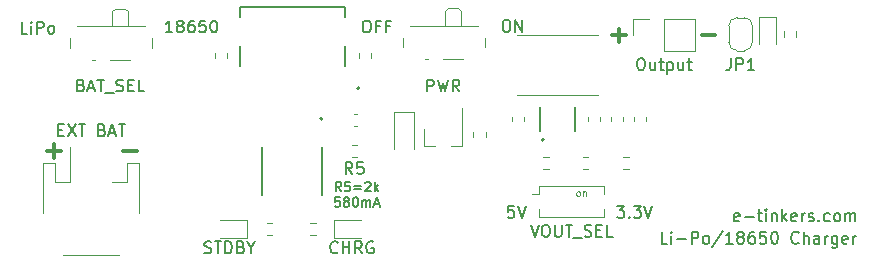
<source format=gbr>
%TF.GenerationSoftware,KiCad,Pcbnew,(6.0.11-0)*%
%TF.CreationDate,2024-11-14T16:08:27+08:00*%
%TF.ProjectId,Li-Po_charger,4c692d50-6f5f-4636-9861-726765722e6b,V1.0*%
%TF.SameCoordinates,Original*%
%TF.FileFunction,Legend,Top*%
%TF.FilePolarity,Positive*%
%FSLAX46Y46*%
G04 Gerber Fmt 4.6, Leading zero omitted, Abs format (unit mm)*
G04 Created by KiCad (PCBNEW (6.0.11-0)) date 2024-11-14 16:08:27*
%MOMM*%
%LPD*%
G01*
G04 APERTURE LIST*
%ADD10C,0.150000*%
%ADD11C,0.300000*%
%ADD12C,0.090000*%
%ADD13C,0.120000*%
%ADD14C,0.127000*%
%ADD15C,0.200000*%
G04 APERTURE END LIST*
D10*
X131523809Y-78952380D02*
X132142857Y-78952380D01*
X131809523Y-79333333D01*
X131952380Y-79333333D01*
X132047619Y-79380952D01*
X132095238Y-79428571D01*
X132142857Y-79523809D01*
X132142857Y-79761904D01*
X132095238Y-79857142D01*
X132047619Y-79904761D01*
X131952380Y-79952380D01*
X131666666Y-79952380D01*
X131571428Y-79904761D01*
X131523809Y-79857142D01*
X132571428Y-79857142D02*
X132619047Y-79904761D01*
X132571428Y-79952380D01*
X132523809Y-79904761D01*
X132571428Y-79857142D01*
X132571428Y-79952380D01*
X132952380Y-78952380D02*
X133571428Y-78952380D01*
X133238095Y-79333333D01*
X133380952Y-79333333D01*
X133476190Y-79380952D01*
X133523809Y-79428571D01*
X133571428Y-79523809D01*
X133571428Y-79761904D01*
X133523809Y-79857142D01*
X133476190Y-79904761D01*
X133380952Y-79952380D01*
X133095238Y-79952380D01*
X133000000Y-79904761D01*
X132952380Y-79857142D01*
X133857142Y-78952380D02*
X134190476Y-79952380D01*
X134523809Y-78952380D01*
X93880952Y-64252380D02*
X93309523Y-64252380D01*
X93595238Y-64252380D02*
X93595238Y-63252380D01*
X93500000Y-63395238D01*
X93404761Y-63490476D01*
X93309523Y-63538095D01*
X94452380Y-63680952D02*
X94357142Y-63633333D01*
X94309523Y-63585714D01*
X94261904Y-63490476D01*
X94261904Y-63442857D01*
X94309523Y-63347619D01*
X94357142Y-63300000D01*
X94452380Y-63252380D01*
X94642857Y-63252380D01*
X94738095Y-63300000D01*
X94785714Y-63347619D01*
X94833333Y-63442857D01*
X94833333Y-63490476D01*
X94785714Y-63585714D01*
X94738095Y-63633333D01*
X94642857Y-63680952D01*
X94452380Y-63680952D01*
X94357142Y-63728571D01*
X94309523Y-63776190D01*
X94261904Y-63871428D01*
X94261904Y-64061904D01*
X94309523Y-64157142D01*
X94357142Y-64204761D01*
X94452380Y-64252380D01*
X94642857Y-64252380D01*
X94738095Y-64204761D01*
X94785714Y-64157142D01*
X94833333Y-64061904D01*
X94833333Y-63871428D01*
X94785714Y-63776190D01*
X94738095Y-63728571D01*
X94642857Y-63680952D01*
X95690476Y-63252380D02*
X95500000Y-63252380D01*
X95404761Y-63300000D01*
X95357142Y-63347619D01*
X95261904Y-63490476D01*
X95214285Y-63680952D01*
X95214285Y-64061904D01*
X95261904Y-64157142D01*
X95309523Y-64204761D01*
X95404761Y-64252380D01*
X95595238Y-64252380D01*
X95690476Y-64204761D01*
X95738095Y-64157142D01*
X95785714Y-64061904D01*
X95785714Y-63823809D01*
X95738095Y-63728571D01*
X95690476Y-63680952D01*
X95595238Y-63633333D01*
X95404761Y-63633333D01*
X95309523Y-63680952D01*
X95261904Y-63728571D01*
X95214285Y-63823809D01*
X96690476Y-63252380D02*
X96214285Y-63252380D01*
X96166666Y-63728571D01*
X96214285Y-63680952D01*
X96309523Y-63633333D01*
X96547619Y-63633333D01*
X96642857Y-63680952D01*
X96690476Y-63728571D01*
X96738095Y-63823809D01*
X96738095Y-64061904D01*
X96690476Y-64157142D01*
X96642857Y-64204761D01*
X96547619Y-64252380D01*
X96309523Y-64252380D01*
X96214285Y-64204761D01*
X96166666Y-64157142D01*
X97357142Y-63252380D02*
X97452380Y-63252380D01*
X97547619Y-63300000D01*
X97595238Y-63347619D01*
X97642857Y-63442857D01*
X97690476Y-63633333D01*
X97690476Y-63871428D01*
X97642857Y-64061904D01*
X97595238Y-64157142D01*
X97547619Y-64204761D01*
X97452380Y-64252380D01*
X97357142Y-64252380D01*
X97261904Y-64204761D01*
X97214285Y-64157142D01*
X97166666Y-64061904D01*
X97119047Y-63871428D01*
X97119047Y-63633333D01*
X97166666Y-63442857D01*
X97214285Y-63347619D01*
X97261904Y-63300000D01*
X97357142Y-63252380D01*
X81619047Y-64352380D02*
X81142857Y-64352380D01*
X81142857Y-63352380D01*
X81952380Y-64352380D02*
X81952380Y-63685714D01*
X81952380Y-63352380D02*
X81904761Y-63400000D01*
X81952380Y-63447619D01*
X82000000Y-63400000D01*
X81952380Y-63352380D01*
X81952380Y-63447619D01*
X82428571Y-64352380D02*
X82428571Y-63352380D01*
X82809523Y-63352380D01*
X82904761Y-63400000D01*
X82952380Y-63447619D01*
X83000000Y-63542857D01*
X83000000Y-63685714D01*
X82952380Y-63780952D01*
X82904761Y-63828571D01*
X82809523Y-63876190D01*
X82428571Y-63876190D01*
X83571428Y-64352380D02*
X83476190Y-64304761D01*
X83428571Y-64257142D01*
X83380952Y-64161904D01*
X83380952Y-63876190D01*
X83428571Y-63780952D01*
X83476190Y-63733333D01*
X83571428Y-63685714D01*
X83714285Y-63685714D01*
X83809523Y-63733333D01*
X83857142Y-63780952D01*
X83904761Y-63876190D01*
X83904761Y-64161904D01*
X83857142Y-64257142D01*
X83809523Y-64304761D01*
X83714285Y-64352380D01*
X83571428Y-64352380D01*
X110247619Y-63252380D02*
X110438095Y-63252380D01*
X110533333Y-63300000D01*
X110628571Y-63395238D01*
X110676190Y-63585714D01*
X110676190Y-63919047D01*
X110628571Y-64109523D01*
X110533333Y-64204761D01*
X110438095Y-64252380D01*
X110247619Y-64252380D01*
X110152380Y-64204761D01*
X110057142Y-64109523D01*
X110009523Y-63919047D01*
X110009523Y-63585714D01*
X110057142Y-63395238D01*
X110152380Y-63300000D01*
X110247619Y-63252380D01*
X111438095Y-63728571D02*
X111104761Y-63728571D01*
X111104761Y-64252380D02*
X111104761Y-63252380D01*
X111580952Y-63252380D01*
X112295238Y-63728571D02*
X111961904Y-63728571D01*
X111961904Y-64252380D02*
X111961904Y-63252380D01*
X112438095Y-63252380D01*
X122080952Y-63202380D02*
X122271428Y-63202380D01*
X122366666Y-63250000D01*
X122461904Y-63345238D01*
X122509523Y-63535714D01*
X122509523Y-63869047D01*
X122461904Y-64059523D01*
X122366666Y-64154761D01*
X122271428Y-64202380D01*
X122080952Y-64202380D01*
X121985714Y-64154761D01*
X121890476Y-64059523D01*
X121842857Y-63869047D01*
X121842857Y-63535714D01*
X121890476Y-63345238D01*
X121985714Y-63250000D01*
X122080952Y-63202380D01*
X122938095Y-64202380D02*
X122938095Y-63202380D01*
X123509523Y-64202380D01*
X123509523Y-63202380D01*
X141861904Y-80204761D02*
X141766666Y-80252380D01*
X141576190Y-80252380D01*
X141480952Y-80204761D01*
X141433333Y-80109523D01*
X141433333Y-79728571D01*
X141480952Y-79633333D01*
X141576190Y-79585714D01*
X141766666Y-79585714D01*
X141861904Y-79633333D01*
X141909523Y-79728571D01*
X141909523Y-79823809D01*
X141433333Y-79919047D01*
X142338095Y-79871428D02*
X143100000Y-79871428D01*
X143433333Y-79585714D02*
X143814285Y-79585714D01*
X143576190Y-79252380D02*
X143576190Y-80109523D01*
X143623809Y-80204761D01*
X143719047Y-80252380D01*
X143814285Y-80252380D01*
X144147619Y-80252380D02*
X144147619Y-79585714D01*
X144147619Y-79252380D02*
X144100000Y-79300000D01*
X144147619Y-79347619D01*
X144195238Y-79300000D01*
X144147619Y-79252380D01*
X144147619Y-79347619D01*
X144623809Y-79585714D02*
X144623809Y-80252380D01*
X144623809Y-79680952D02*
X144671428Y-79633333D01*
X144766666Y-79585714D01*
X144909523Y-79585714D01*
X145004761Y-79633333D01*
X145052380Y-79728571D01*
X145052380Y-80252380D01*
X145528571Y-80252380D02*
X145528571Y-79252380D01*
X145623809Y-79871428D02*
X145909523Y-80252380D01*
X145909523Y-79585714D02*
X145528571Y-79966666D01*
X146719047Y-80204761D02*
X146623809Y-80252380D01*
X146433333Y-80252380D01*
X146338095Y-80204761D01*
X146290476Y-80109523D01*
X146290476Y-79728571D01*
X146338095Y-79633333D01*
X146433333Y-79585714D01*
X146623809Y-79585714D01*
X146719047Y-79633333D01*
X146766666Y-79728571D01*
X146766666Y-79823809D01*
X146290476Y-79919047D01*
X147195238Y-80252380D02*
X147195238Y-79585714D01*
X147195238Y-79776190D02*
X147242857Y-79680952D01*
X147290476Y-79633333D01*
X147385714Y-79585714D01*
X147480952Y-79585714D01*
X147766666Y-80204761D02*
X147861904Y-80252380D01*
X148052380Y-80252380D01*
X148147619Y-80204761D01*
X148195238Y-80109523D01*
X148195238Y-80061904D01*
X148147619Y-79966666D01*
X148052380Y-79919047D01*
X147909523Y-79919047D01*
X147814285Y-79871428D01*
X147766666Y-79776190D01*
X147766666Y-79728571D01*
X147814285Y-79633333D01*
X147909523Y-79585714D01*
X148052380Y-79585714D01*
X148147619Y-79633333D01*
X148623809Y-80157142D02*
X148671428Y-80204761D01*
X148623809Y-80252380D01*
X148576190Y-80204761D01*
X148623809Y-80157142D01*
X148623809Y-80252380D01*
X149528571Y-80204761D02*
X149433333Y-80252380D01*
X149242857Y-80252380D01*
X149147619Y-80204761D01*
X149100000Y-80157142D01*
X149052380Y-80061904D01*
X149052380Y-79776190D01*
X149100000Y-79680952D01*
X149147619Y-79633333D01*
X149242857Y-79585714D01*
X149433333Y-79585714D01*
X149528571Y-79633333D01*
X150100000Y-80252380D02*
X150004761Y-80204761D01*
X149957142Y-80157142D01*
X149909523Y-80061904D01*
X149909523Y-79776190D01*
X149957142Y-79680952D01*
X150004761Y-79633333D01*
X150100000Y-79585714D01*
X150242857Y-79585714D01*
X150338095Y-79633333D01*
X150385714Y-79680952D01*
X150433333Y-79776190D01*
X150433333Y-80061904D01*
X150385714Y-80157142D01*
X150338095Y-80204761D01*
X150242857Y-80252380D01*
X150100000Y-80252380D01*
X150861904Y-80252380D02*
X150861904Y-79585714D01*
X150861904Y-79680952D02*
X150909523Y-79633333D01*
X151004761Y-79585714D01*
X151147619Y-79585714D01*
X151242857Y-79633333D01*
X151290476Y-79728571D01*
X151290476Y-80252380D01*
X151290476Y-79728571D02*
X151338095Y-79633333D01*
X151433333Y-79585714D01*
X151576190Y-79585714D01*
X151671428Y-79633333D01*
X151719047Y-79728571D01*
X151719047Y-80252380D01*
X108166666Y-77717904D02*
X107900000Y-77336952D01*
X107709523Y-77717904D02*
X107709523Y-76917904D01*
X108014285Y-76917904D01*
X108090476Y-76956000D01*
X108128571Y-76994095D01*
X108166666Y-77070285D01*
X108166666Y-77184571D01*
X108128571Y-77260761D01*
X108090476Y-77298857D01*
X108014285Y-77336952D01*
X107709523Y-77336952D01*
X108890476Y-76917904D02*
X108509523Y-76917904D01*
X108471428Y-77298857D01*
X108509523Y-77260761D01*
X108585714Y-77222666D01*
X108776190Y-77222666D01*
X108852380Y-77260761D01*
X108890476Y-77298857D01*
X108928571Y-77375047D01*
X108928571Y-77565523D01*
X108890476Y-77641714D01*
X108852380Y-77679809D01*
X108776190Y-77717904D01*
X108585714Y-77717904D01*
X108509523Y-77679809D01*
X108471428Y-77641714D01*
X109271428Y-77298857D02*
X109880952Y-77298857D01*
X109880952Y-77527428D02*
X109271428Y-77527428D01*
X110223809Y-76994095D02*
X110261904Y-76956000D01*
X110338095Y-76917904D01*
X110528571Y-76917904D01*
X110604761Y-76956000D01*
X110642857Y-76994095D01*
X110680952Y-77070285D01*
X110680952Y-77146476D01*
X110642857Y-77260761D01*
X110185714Y-77717904D01*
X110680952Y-77717904D01*
X111023809Y-77717904D02*
X111023809Y-76917904D01*
X111100000Y-77413142D02*
X111328571Y-77717904D01*
X111328571Y-77184571D02*
X111023809Y-77489333D01*
X108052380Y-78205904D02*
X107671428Y-78205904D01*
X107633333Y-78586857D01*
X107671428Y-78548761D01*
X107747619Y-78510666D01*
X107938095Y-78510666D01*
X108014285Y-78548761D01*
X108052380Y-78586857D01*
X108090476Y-78663047D01*
X108090476Y-78853523D01*
X108052380Y-78929714D01*
X108014285Y-78967809D01*
X107938095Y-79005904D01*
X107747619Y-79005904D01*
X107671428Y-78967809D01*
X107633333Y-78929714D01*
X108547619Y-78548761D02*
X108471428Y-78510666D01*
X108433333Y-78472571D01*
X108395238Y-78396380D01*
X108395238Y-78358285D01*
X108433333Y-78282095D01*
X108471428Y-78244000D01*
X108547619Y-78205904D01*
X108700000Y-78205904D01*
X108776190Y-78244000D01*
X108814285Y-78282095D01*
X108852380Y-78358285D01*
X108852380Y-78396380D01*
X108814285Y-78472571D01*
X108776190Y-78510666D01*
X108700000Y-78548761D01*
X108547619Y-78548761D01*
X108471428Y-78586857D01*
X108433333Y-78624952D01*
X108395238Y-78701142D01*
X108395238Y-78853523D01*
X108433333Y-78929714D01*
X108471428Y-78967809D01*
X108547619Y-79005904D01*
X108700000Y-79005904D01*
X108776190Y-78967809D01*
X108814285Y-78929714D01*
X108852380Y-78853523D01*
X108852380Y-78701142D01*
X108814285Y-78624952D01*
X108776190Y-78586857D01*
X108700000Y-78548761D01*
X109347619Y-78205904D02*
X109423809Y-78205904D01*
X109500000Y-78244000D01*
X109538095Y-78282095D01*
X109576190Y-78358285D01*
X109614285Y-78510666D01*
X109614285Y-78701142D01*
X109576190Y-78853523D01*
X109538095Y-78929714D01*
X109500000Y-78967809D01*
X109423809Y-79005904D01*
X109347619Y-79005904D01*
X109271428Y-78967809D01*
X109233333Y-78929714D01*
X109195238Y-78853523D01*
X109157142Y-78701142D01*
X109157142Y-78510666D01*
X109195238Y-78358285D01*
X109233333Y-78282095D01*
X109271428Y-78244000D01*
X109347619Y-78205904D01*
X109957142Y-79005904D02*
X109957142Y-78472571D01*
X109957142Y-78548761D02*
X109995238Y-78510666D01*
X110071428Y-78472571D01*
X110185714Y-78472571D01*
X110261904Y-78510666D01*
X110300000Y-78586857D01*
X110300000Y-79005904D01*
X110300000Y-78586857D02*
X110338095Y-78510666D01*
X110414285Y-78472571D01*
X110528571Y-78472571D01*
X110604761Y-78510666D01*
X110642857Y-78586857D01*
X110642857Y-79005904D01*
X110985714Y-78777333D02*
X111366666Y-78777333D01*
X110909523Y-79005904D02*
X111176190Y-78205904D01*
X111442857Y-79005904D01*
D11*
X131142857Y-64507142D02*
X132285714Y-64507142D01*
X131714285Y-65078571D02*
X131714285Y-63935714D01*
X138714285Y-64507142D02*
X139857142Y-64507142D01*
D10*
X135809523Y-82152380D02*
X135333333Y-82152380D01*
X135333333Y-81152380D01*
X136142857Y-82152380D02*
X136142857Y-81485714D01*
X136142857Y-81152380D02*
X136095238Y-81200000D01*
X136142857Y-81247619D01*
X136190476Y-81200000D01*
X136142857Y-81152380D01*
X136142857Y-81247619D01*
X136619047Y-81771428D02*
X137380952Y-81771428D01*
X137857142Y-82152380D02*
X137857142Y-81152380D01*
X138238095Y-81152380D01*
X138333333Y-81200000D01*
X138380952Y-81247619D01*
X138428571Y-81342857D01*
X138428571Y-81485714D01*
X138380952Y-81580952D01*
X138333333Y-81628571D01*
X138238095Y-81676190D01*
X137857142Y-81676190D01*
X139000000Y-82152380D02*
X138904761Y-82104761D01*
X138857142Y-82057142D01*
X138809523Y-81961904D01*
X138809523Y-81676190D01*
X138857142Y-81580952D01*
X138904761Y-81533333D01*
X139000000Y-81485714D01*
X139142857Y-81485714D01*
X139238095Y-81533333D01*
X139285714Y-81580952D01*
X139333333Y-81676190D01*
X139333333Y-81961904D01*
X139285714Y-82057142D01*
X139238095Y-82104761D01*
X139142857Y-82152380D01*
X139000000Y-82152380D01*
X140476190Y-81104761D02*
X139619047Y-82390476D01*
X141333333Y-82152380D02*
X140761904Y-82152380D01*
X141047619Y-82152380D02*
X141047619Y-81152380D01*
X140952380Y-81295238D01*
X140857142Y-81390476D01*
X140761904Y-81438095D01*
X141904761Y-81580952D02*
X141809523Y-81533333D01*
X141761904Y-81485714D01*
X141714285Y-81390476D01*
X141714285Y-81342857D01*
X141761904Y-81247619D01*
X141809523Y-81200000D01*
X141904761Y-81152380D01*
X142095238Y-81152380D01*
X142190476Y-81200000D01*
X142238095Y-81247619D01*
X142285714Y-81342857D01*
X142285714Y-81390476D01*
X142238095Y-81485714D01*
X142190476Y-81533333D01*
X142095238Y-81580952D01*
X141904761Y-81580952D01*
X141809523Y-81628571D01*
X141761904Y-81676190D01*
X141714285Y-81771428D01*
X141714285Y-81961904D01*
X141761904Y-82057142D01*
X141809523Y-82104761D01*
X141904761Y-82152380D01*
X142095238Y-82152380D01*
X142190476Y-82104761D01*
X142238095Y-82057142D01*
X142285714Y-81961904D01*
X142285714Y-81771428D01*
X142238095Y-81676190D01*
X142190476Y-81628571D01*
X142095238Y-81580952D01*
X143142857Y-81152380D02*
X142952380Y-81152380D01*
X142857142Y-81200000D01*
X142809523Y-81247619D01*
X142714285Y-81390476D01*
X142666666Y-81580952D01*
X142666666Y-81961904D01*
X142714285Y-82057142D01*
X142761904Y-82104761D01*
X142857142Y-82152380D01*
X143047619Y-82152380D01*
X143142857Y-82104761D01*
X143190476Y-82057142D01*
X143238095Y-81961904D01*
X143238095Y-81723809D01*
X143190476Y-81628571D01*
X143142857Y-81580952D01*
X143047619Y-81533333D01*
X142857142Y-81533333D01*
X142761904Y-81580952D01*
X142714285Y-81628571D01*
X142666666Y-81723809D01*
X144142857Y-81152380D02*
X143666666Y-81152380D01*
X143619047Y-81628571D01*
X143666666Y-81580952D01*
X143761904Y-81533333D01*
X144000000Y-81533333D01*
X144095238Y-81580952D01*
X144142857Y-81628571D01*
X144190476Y-81723809D01*
X144190476Y-81961904D01*
X144142857Y-82057142D01*
X144095238Y-82104761D01*
X144000000Y-82152380D01*
X143761904Y-82152380D01*
X143666666Y-82104761D01*
X143619047Y-82057142D01*
X144809523Y-81152380D02*
X144904761Y-81152380D01*
X145000000Y-81200000D01*
X145047619Y-81247619D01*
X145095238Y-81342857D01*
X145142857Y-81533333D01*
X145142857Y-81771428D01*
X145095238Y-81961904D01*
X145047619Y-82057142D01*
X145000000Y-82104761D01*
X144904761Y-82152380D01*
X144809523Y-82152380D01*
X144714285Y-82104761D01*
X144666666Y-82057142D01*
X144619047Y-81961904D01*
X144571428Y-81771428D01*
X144571428Y-81533333D01*
X144619047Y-81342857D01*
X144666666Y-81247619D01*
X144714285Y-81200000D01*
X144809523Y-81152380D01*
X146904761Y-82057142D02*
X146857142Y-82104761D01*
X146714285Y-82152380D01*
X146619047Y-82152380D01*
X146476190Y-82104761D01*
X146380952Y-82009523D01*
X146333333Y-81914285D01*
X146285714Y-81723809D01*
X146285714Y-81580952D01*
X146333333Y-81390476D01*
X146380952Y-81295238D01*
X146476190Y-81200000D01*
X146619047Y-81152380D01*
X146714285Y-81152380D01*
X146857142Y-81200000D01*
X146904761Y-81247619D01*
X147333333Y-82152380D02*
X147333333Y-81152380D01*
X147761904Y-82152380D02*
X147761904Y-81628571D01*
X147714285Y-81533333D01*
X147619047Y-81485714D01*
X147476190Y-81485714D01*
X147380952Y-81533333D01*
X147333333Y-81580952D01*
X148666666Y-82152380D02*
X148666666Y-81628571D01*
X148619047Y-81533333D01*
X148523809Y-81485714D01*
X148333333Y-81485714D01*
X148238095Y-81533333D01*
X148666666Y-82104761D02*
X148571428Y-82152380D01*
X148333333Y-82152380D01*
X148238095Y-82104761D01*
X148190476Y-82009523D01*
X148190476Y-81914285D01*
X148238095Y-81819047D01*
X148333333Y-81771428D01*
X148571428Y-81771428D01*
X148666666Y-81723809D01*
X149142857Y-82152380D02*
X149142857Y-81485714D01*
X149142857Y-81676190D02*
X149190476Y-81580952D01*
X149238095Y-81533333D01*
X149333333Y-81485714D01*
X149428571Y-81485714D01*
X150190476Y-81485714D02*
X150190476Y-82295238D01*
X150142857Y-82390476D01*
X150095238Y-82438095D01*
X150000000Y-82485714D01*
X149857142Y-82485714D01*
X149761904Y-82438095D01*
X150190476Y-82104761D02*
X150095238Y-82152380D01*
X149904761Y-82152380D01*
X149809523Y-82104761D01*
X149761904Y-82057142D01*
X149714285Y-81961904D01*
X149714285Y-81676190D01*
X149761904Y-81580952D01*
X149809523Y-81533333D01*
X149904761Y-81485714D01*
X150095238Y-81485714D01*
X150190476Y-81533333D01*
X151047619Y-82104761D02*
X150952380Y-82152380D01*
X150761904Y-82152380D01*
X150666666Y-82104761D01*
X150619047Y-82009523D01*
X150619047Y-81628571D01*
X150666666Y-81533333D01*
X150761904Y-81485714D01*
X150952380Y-81485714D01*
X151047619Y-81533333D01*
X151095238Y-81628571D01*
X151095238Y-81723809D01*
X150619047Y-81819047D01*
X151523809Y-82152380D02*
X151523809Y-81485714D01*
X151523809Y-81676190D02*
X151571428Y-81580952D01*
X151619047Y-81533333D01*
X151714285Y-81485714D01*
X151809523Y-81485714D01*
D11*
X83314285Y-74307142D02*
X84457142Y-74307142D01*
X83885714Y-74878571D02*
X83885714Y-73735714D01*
X89742857Y-74307142D02*
X90885714Y-74307142D01*
D10*
X122809523Y-78952380D02*
X122333333Y-78952380D01*
X122285714Y-79428571D01*
X122333333Y-79380952D01*
X122428571Y-79333333D01*
X122666666Y-79333333D01*
X122761904Y-79380952D01*
X122809523Y-79428571D01*
X122857142Y-79523809D01*
X122857142Y-79761904D01*
X122809523Y-79857142D01*
X122761904Y-79904761D01*
X122666666Y-79952380D01*
X122428571Y-79952380D01*
X122333333Y-79904761D01*
X122285714Y-79857142D01*
X123142857Y-78952380D02*
X123476190Y-79952380D01*
X123809523Y-78952380D01*
%TO.C,J3*%
X133476190Y-66452380D02*
X133666666Y-66452380D01*
X133761904Y-66500000D01*
X133857142Y-66595238D01*
X133904761Y-66785714D01*
X133904761Y-67119047D01*
X133857142Y-67309523D01*
X133761904Y-67404761D01*
X133666666Y-67452380D01*
X133476190Y-67452380D01*
X133380952Y-67404761D01*
X133285714Y-67309523D01*
X133238095Y-67119047D01*
X133238095Y-66785714D01*
X133285714Y-66595238D01*
X133380952Y-66500000D01*
X133476190Y-66452380D01*
X134761904Y-66785714D02*
X134761904Y-67452380D01*
X134333333Y-66785714D02*
X134333333Y-67309523D01*
X134380952Y-67404761D01*
X134476190Y-67452380D01*
X134619047Y-67452380D01*
X134714285Y-67404761D01*
X134761904Y-67357142D01*
X135095238Y-66785714D02*
X135476190Y-66785714D01*
X135238095Y-66452380D02*
X135238095Y-67309523D01*
X135285714Y-67404761D01*
X135380952Y-67452380D01*
X135476190Y-67452380D01*
X135809523Y-66785714D02*
X135809523Y-67785714D01*
X135809523Y-66833333D02*
X135904761Y-66785714D01*
X136095238Y-66785714D01*
X136190476Y-66833333D01*
X136238095Y-66880952D01*
X136285714Y-66976190D01*
X136285714Y-67261904D01*
X136238095Y-67357142D01*
X136190476Y-67404761D01*
X136095238Y-67452380D01*
X135904761Y-67452380D01*
X135809523Y-67404761D01*
X137142857Y-66785714D02*
X137142857Y-67452380D01*
X136714285Y-66785714D02*
X136714285Y-67309523D01*
X136761904Y-67404761D01*
X136857142Y-67452380D01*
X137000000Y-67452380D01*
X137095238Y-67404761D01*
X137142857Y-67357142D01*
X137476190Y-66785714D02*
X137857142Y-66785714D01*
X137619047Y-66452380D02*
X137619047Y-67309523D01*
X137666666Y-67404761D01*
X137761904Y-67452380D01*
X137857142Y-67452380D01*
%TO.C,D2*%
X96604761Y-82904761D02*
X96747619Y-82952380D01*
X96985714Y-82952380D01*
X97080952Y-82904761D01*
X97128571Y-82857142D01*
X97176190Y-82761904D01*
X97176190Y-82666666D01*
X97128571Y-82571428D01*
X97080952Y-82523809D01*
X96985714Y-82476190D01*
X96795238Y-82428571D01*
X96700000Y-82380952D01*
X96652380Y-82333333D01*
X96604761Y-82238095D01*
X96604761Y-82142857D01*
X96652380Y-82047619D01*
X96700000Y-82000000D01*
X96795238Y-81952380D01*
X97033333Y-81952380D01*
X97176190Y-82000000D01*
X97461904Y-81952380D02*
X98033333Y-81952380D01*
X97747619Y-82952380D02*
X97747619Y-81952380D01*
X98366666Y-82952380D02*
X98366666Y-81952380D01*
X98604761Y-81952380D01*
X98747619Y-82000000D01*
X98842857Y-82095238D01*
X98890476Y-82190476D01*
X98938095Y-82380952D01*
X98938095Y-82523809D01*
X98890476Y-82714285D01*
X98842857Y-82809523D01*
X98747619Y-82904761D01*
X98604761Y-82952380D01*
X98366666Y-82952380D01*
X99700000Y-82428571D02*
X99842857Y-82476190D01*
X99890476Y-82523809D01*
X99938095Y-82619047D01*
X99938095Y-82761904D01*
X99890476Y-82857142D01*
X99842857Y-82904761D01*
X99747619Y-82952380D01*
X99366666Y-82952380D01*
X99366666Y-81952380D01*
X99700000Y-81952380D01*
X99795238Y-82000000D01*
X99842857Y-82047619D01*
X99890476Y-82142857D01*
X99890476Y-82238095D01*
X99842857Y-82333333D01*
X99795238Y-82380952D01*
X99700000Y-82428571D01*
X99366666Y-82428571D01*
X100557142Y-82476190D02*
X100557142Y-82952380D01*
X100223809Y-81952380D02*
X100557142Y-82476190D01*
X100890476Y-81952380D01*
%TO.C,D1*%
X107885714Y-82857142D02*
X107838095Y-82904761D01*
X107695238Y-82952380D01*
X107600000Y-82952380D01*
X107457142Y-82904761D01*
X107361904Y-82809523D01*
X107314285Y-82714285D01*
X107266666Y-82523809D01*
X107266666Y-82380952D01*
X107314285Y-82190476D01*
X107361904Y-82095238D01*
X107457142Y-82000000D01*
X107600000Y-81952380D01*
X107695238Y-81952380D01*
X107838095Y-82000000D01*
X107885714Y-82047619D01*
X108314285Y-82952380D02*
X108314285Y-81952380D01*
X108314285Y-82428571D02*
X108885714Y-82428571D01*
X108885714Y-82952380D02*
X108885714Y-81952380D01*
X109933333Y-82952380D02*
X109600000Y-82476190D01*
X109361904Y-82952380D02*
X109361904Y-81952380D01*
X109742857Y-81952380D01*
X109838095Y-82000000D01*
X109885714Y-82047619D01*
X109933333Y-82142857D01*
X109933333Y-82285714D01*
X109885714Y-82380952D01*
X109838095Y-82428571D01*
X109742857Y-82476190D01*
X109361904Y-82476190D01*
X110885714Y-82000000D02*
X110790476Y-81952380D01*
X110647619Y-81952380D01*
X110504761Y-82000000D01*
X110409523Y-82095238D01*
X110361904Y-82190476D01*
X110314285Y-82380952D01*
X110314285Y-82523809D01*
X110361904Y-82714285D01*
X110409523Y-82809523D01*
X110504761Y-82904761D01*
X110647619Y-82952380D01*
X110742857Y-82952380D01*
X110885714Y-82904761D01*
X110933333Y-82857142D01*
X110933333Y-82523809D01*
X110742857Y-82523809D01*
%TO.C,SW3*%
X124223809Y-80552380D02*
X124557142Y-81552380D01*
X124890476Y-80552380D01*
X125414285Y-80552380D02*
X125604761Y-80552380D01*
X125700000Y-80600000D01*
X125795238Y-80695238D01*
X125842857Y-80885714D01*
X125842857Y-81219047D01*
X125795238Y-81409523D01*
X125700000Y-81504761D01*
X125604761Y-81552380D01*
X125414285Y-81552380D01*
X125319047Y-81504761D01*
X125223809Y-81409523D01*
X125176190Y-81219047D01*
X125176190Y-80885714D01*
X125223809Y-80695238D01*
X125319047Y-80600000D01*
X125414285Y-80552380D01*
X126271428Y-80552380D02*
X126271428Y-81361904D01*
X126319047Y-81457142D01*
X126366666Y-81504761D01*
X126461904Y-81552380D01*
X126652380Y-81552380D01*
X126747619Y-81504761D01*
X126795238Y-81457142D01*
X126842857Y-81361904D01*
X126842857Y-80552380D01*
X127176190Y-80552380D02*
X127747619Y-80552380D01*
X127461904Y-81552380D02*
X127461904Y-80552380D01*
X127842857Y-81647619D02*
X128604761Y-81647619D01*
X128795238Y-81504761D02*
X128938095Y-81552380D01*
X129176190Y-81552380D01*
X129271428Y-81504761D01*
X129319047Y-81457142D01*
X129366666Y-81361904D01*
X129366666Y-81266666D01*
X129319047Y-81171428D01*
X129271428Y-81123809D01*
X129176190Y-81076190D01*
X128985714Y-81028571D01*
X128890476Y-80980952D01*
X128842857Y-80933333D01*
X128795238Y-80838095D01*
X128795238Y-80742857D01*
X128842857Y-80647619D01*
X128890476Y-80600000D01*
X128985714Y-80552380D01*
X129223809Y-80552380D01*
X129366666Y-80600000D01*
X129795238Y-81028571D02*
X130128571Y-81028571D01*
X130271428Y-81552380D02*
X129795238Y-81552380D01*
X129795238Y-80552380D01*
X130271428Y-80552380D01*
X131176190Y-81552380D02*
X130700000Y-81552380D01*
X130700000Y-80552380D01*
D12*
X128215714Y-78111428D02*
X128158571Y-78082857D01*
X128130000Y-78054285D01*
X128101428Y-77997142D01*
X128101428Y-77825714D01*
X128130000Y-77768571D01*
X128158571Y-77740000D01*
X128215714Y-77711428D01*
X128301428Y-77711428D01*
X128358571Y-77740000D01*
X128387142Y-77768571D01*
X128415714Y-77825714D01*
X128415714Y-77997142D01*
X128387142Y-78054285D01*
X128358571Y-78082857D01*
X128301428Y-78111428D01*
X128215714Y-78111428D01*
X128672857Y-77711428D02*
X128672857Y-78111428D01*
X128672857Y-77768571D02*
X128701428Y-77740000D01*
X128758571Y-77711428D01*
X128844285Y-77711428D01*
X128901428Y-77740000D01*
X128930000Y-77797142D01*
X128930000Y-78111428D01*
D10*
%TO.C,SW1*%
X115466666Y-69252380D02*
X115466666Y-68252380D01*
X115847619Y-68252380D01*
X115942857Y-68300000D01*
X115990476Y-68347619D01*
X116038095Y-68442857D01*
X116038095Y-68585714D01*
X115990476Y-68680952D01*
X115942857Y-68728571D01*
X115847619Y-68776190D01*
X115466666Y-68776190D01*
X116371428Y-68252380D02*
X116609523Y-69252380D01*
X116800000Y-68538095D01*
X116990476Y-69252380D01*
X117228571Y-68252380D01*
X118180952Y-69252380D02*
X117847619Y-68776190D01*
X117609523Y-69252380D02*
X117609523Y-68252380D01*
X117990476Y-68252380D01*
X118085714Y-68300000D01*
X118133333Y-68347619D01*
X118180952Y-68442857D01*
X118180952Y-68585714D01*
X118133333Y-68680952D01*
X118085714Y-68728571D01*
X117990476Y-68776190D01*
X117609523Y-68776190D01*
%TO.C,R5*%
X109133333Y-76252380D02*
X108800000Y-75776190D01*
X108561904Y-76252380D02*
X108561904Y-75252380D01*
X108942857Y-75252380D01*
X109038095Y-75300000D01*
X109085714Y-75347619D01*
X109133333Y-75442857D01*
X109133333Y-75585714D01*
X109085714Y-75680952D01*
X109038095Y-75728571D01*
X108942857Y-75776190D01*
X108561904Y-75776190D01*
X110038095Y-75252380D02*
X109561904Y-75252380D01*
X109514285Y-75728571D01*
X109561904Y-75680952D01*
X109657142Y-75633333D01*
X109895238Y-75633333D01*
X109990476Y-75680952D01*
X110038095Y-75728571D01*
X110085714Y-75823809D01*
X110085714Y-76061904D01*
X110038095Y-76157142D01*
X109990476Y-76204761D01*
X109895238Y-76252380D01*
X109657142Y-76252380D01*
X109561904Y-76204761D01*
X109514285Y-76157142D01*
%TO.C,SW2*%
X86147619Y-68728571D02*
X86290476Y-68776190D01*
X86338095Y-68823809D01*
X86385714Y-68919047D01*
X86385714Y-69061904D01*
X86338095Y-69157142D01*
X86290476Y-69204761D01*
X86195238Y-69252380D01*
X85814285Y-69252380D01*
X85814285Y-68252380D01*
X86147619Y-68252380D01*
X86242857Y-68300000D01*
X86290476Y-68347619D01*
X86338095Y-68442857D01*
X86338095Y-68538095D01*
X86290476Y-68633333D01*
X86242857Y-68680952D01*
X86147619Y-68728571D01*
X85814285Y-68728571D01*
X86766666Y-68966666D02*
X87242857Y-68966666D01*
X86671428Y-69252380D02*
X87004761Y-68252380D01*
X87338095Y-69252380D01*
X87528571Y-68252380D02*
X88100000Y-68252380D01*
X87814285Y-69252380D02*
X87814285Y-68252380D01*
X88195238Y-69347619D02*
X88957142Y-69347619D01*
X89147619Y-69204761D02*
X89290476Y-69252380D01*
X89528571Y-69252380D01*
X89623809Y-69204761D01*
X89671428Y-69157142D01*
X89719047Y-69061904D01*
X89719047Y-68966666D01*
X89671428Y-68871428D01*
X89623809Y-68823809D01*
X89528571Y-68776190D01*
X89338095Y-68728571D01*
X89242857Y-68680952D01*
X89195238Y-68633333D01*
X89147619Y-68538095D01*
X89147619Y-68442857D01*
X89195238Y-68347619D01*
X89242857Y-68300000D01*
X89338095Y-68252380D01*
X89576190Y-68252380D01*
X89719047Y-68300000D01*
X90147619Y-68728571D02*
X90480952Y-68728571D01*
X90623809Y-69252380D02*
X90147619Y-69252380D01*
X90147619Y-68252380D01*
X90623809Y-68252380D01*
X91528571Y-69252380D02*
X91052380Y-69252380D01*
X91052380Y-68252380D01*
%TO.C,JP1*%
X141166666Y-66452380D02*
X141166666Y-67166666D01*
X141119047Y-67309523D01*
X141023809Y-67404761D01*
X140880952Y-67452380D01*
X140785714Y-67452380D01*
X141642857Y-67452380D02*
X141642857Y-66452380D01*
X142023809Y-66452380D01*
X142119047Y-66500000D01*
X142166666Y-66547619D01*
X142214285Y-66642857D01*
X142214285Y-66785714D01*
X142166666Y-66880952D01*
X142119047Y-66928571D01*
X142023809Y-66976190D01*
X141642857Y-66976190D01*
X143166666Y-67452380D02*
X142595238Y-67452380D01*
X142880952Y-67452380D02*
X142880952Y-66452380D01*
X142785714Y-66595238D01*
X142690476Y-66690476D01*
X142595238Y-66738095D01*
%TO.C,J4*%
X84238095Y-72528571D02*
X84571428Y-72528571D01*
X84714285Y-73052380D02*
X84238095Y-73052380D01*
X84238095Y-72052380D01*
X84714285Y-72052380D01*
X85047619Y-72052380D02*
X85714285Y-73052380D01*
X85714285Y-72052380D02*
X85047619Y-73052380D01*
X85952380Y-72052380D02*
X86523809Y-72052380D01*
X86238095Y-73052380D02*
X86238095Y-72052380D01*
X87952380Y-72528571D02*
X88095238Y-72576190D01*
X88142857Y-72623809D01*
X88190476Y-72719047D01*
X88190476Y-72861904D01*
X88142857Y-72957142D01*
X88095238Y-73004761D01*
X88000000Y-73052380D01*
X87619047Y-73052380D01*
X87619047Y-72052380D01*
X87952380Y-72052380D01*
X88047619Y-72100000D01*
X88095238Y-72147619D01*
X88142857Y-72242857D01*
X88142857Y-72338095D01*
X88095238Y-72433333D01*
X88047619Y-72480952D01*
X87952380Y-72528571D01*
X87619047Y-72528571D01*
X88571428Y-72766666D02*
X89047619Y-72766666D01*
X88476190Y-73052380D02*
X88809523Y-72052380D01*
X89142857Y-73052380D01*
X89333333Y-72052380D02*
X89904761Y-72052380D01*
X89619047Y-73052380D02*
X89619047Y-72052380D01*
D13*
%TO.C,R3*%
X128637742Y-74777500D02*
X129112258Y-74777500D01*
X128637742Y-75822500D02*
X129112258Y-75822500D01*
%TO.C,D4*%
X145035000Y-65200000D02*
X145035000Y-62915000D01*
X143565000Y-62915000D02*
X143565000Y-65200000D01*
X145035000Y-62915000D02*
X143565000Y-62915000D01*
%TO.C,J3*%
X135520000Y-65805000D02*
X135520000Y-63145000D01*
X138120000Y-65805000D02*
X138120000Y-63145000D01*
X132920000Y-63145000D02*
X134250000Y-63145000D01*
X135520000Y-65805000D02*
X138120000Y-65805000D01*
X132920000Y-64475000D02*
X132920000Y-63145000D01*
X135520000Y-63145000D02*
X138120000Y-63145000D01*
%TO.C,R6*%
X125737258Y-75822500D02*
X125262742Y-75822500D01*
X125737258Y-74777500D02*
X125262742Y-74777500D01*
%TO.C,C4*%
X134010000Y-71459420D02*
X134010000Y-71740580D01*
X132990000Y-71459420D02*
X132990000Y-71740580D01*
D14*
%TO.C,U2*%
X125000000Y-72600000D02*
X125000000Y-70600000D01*
X128000000Y-72600000D02*
X128000000Y-70600000D01*
D15*
X125350000Y-73350000D02*
G75*
G03*
X125350000Y-73350000I-100000J0D01*
G01*
D14*
%TO.C,U1*%
X101450000Y-74000000D02*
X101450000Y-78000000D01*
X106550000Y-74000000D02*
X106550000Y-78000000D01*
D15*
X106605000Y-71555000D02*
G75*
G03*
X106605000Y-71555000I-100000J0D01*
G01*
D13*
%TO.C,C5*%
X122620000Y-71459420D02*
X122620000Y-71740580D01*
X123640000Y-71459420D02*
X123640000Y-71740580D01*
%TO.C,R10*%
X146722500Y-64162742D02*
X146722500Y-64637258D01*
X145677500Y-64162742D02*
X145677500Y-64637258D01*
%TO.C,D2*%
X97900000Y-81635000D02*
X100185000Y-81635000D01*
X100185000Y-80165000D02*
X97900000Y-80165000D01*
X100185000Y-81635000D02*
X100185000Y-80165000D01*
%TO.C,C2*%
X130060000Y-71459420D02*
X130060000Y-71740580D01*
X129040000Y-71459420D02*
X129040000Y-71740580D01*
%TO.C,R8*%
X98522500Y-66437258D02*
X98522500Y-65962742D01*
X97477500Y-66437258D02*
X97477500Y-65962742D01*
%TO.C,D1*%
X107615000Y-81635000D02*
X109900000Y-81635000D01*
X107615000Y-80165000D02*
X107615000Y-81635000D01*
X109900000Y-80165000D02*
X107615000Y-80165000D01*
%TO.C,SW3*%
X124939000Y-77270000D02*
X124939000Y-77920000D01*
X124939000Y-77270000D02*
X130460000Y-77270000D01*
X124939000Y-79220000D02*
X124939000Y-79930000D01*
X130460000Y-79220000D02*
X130460000Y-79930000D01*
X124939000Y-79930000D02*
X130460000Y-79930000D01*
X124360000Y-77920000D02*
X124939000Y-77920000D01*
X130460000Y-77270000D02*
X130460000Y-77980000D01*
%TO.C,SW1*%
X117000000Y-62410000D02*
X117000000Y-63700000D01*
X120350000Y-65500000D02*
X120350000Y-64710000D01*
X118500000Y-66550000D02*
X116800000Y-66550000D01*
X119750000Y-63700000D02*
X114050000Y-63700000D01*
X118100000Y-62200000D02*
X117200000Y-62200000D01*
X117000000Y-62410000D02*
X117200000Y-62200000D01*
X113450000Y-64710000D02*
X113450000Y-65500000D01*
X115500000Y-66550000D02*
X115300000Y-66550000D01*
X118300000Y-62410000D02*
X118100000Y-62200000D01*
X118300000Y-63700000D02*
X118300000Y-62410000D01*
%TO.C,R5*%
X109537258Y-74822500D02*
X109062742Y-74822500D01*
X109537258Y-73777500D02*
X109062742Y-73777500D01*
%TO.C,R7*%
X120422500Y-72662742D02*
X120422500Y-73137258D01*
X119377500Y-72662742D02*
X119377500Y-73137258D01*
%TO.C,R1*%
X106037258Y-80377500D02*
X105562742Y-80377500D01*
X106037258Y-81422500D02*
X105562742Y-81422500D01*
%TO.C,SW2*%
X85250000Y-64755000D02*
X85250000Y-65545000D01*
X88800000Y-62455000D02*
X88800000Y-63745000D01*
X89900000Y-62245000D02*
X89000000Y-62245000D01*
X90100000Y-62455000D02*
X89900000Y-62245000D01*
X91550000Y-63745000D02*
X85850000Y-63745000D01*
X88800000Y-62455000D02*
X89000000Y-62245000D01*
X87300000Y-66595000D02*
X87100000Y-66595000D01*
X92150000Y-65545000D02*
X92150000Y-64755000D01*
X90300000Y-66595000D02*
X88600000Y-66595000D01*
X90100000Y-63745000D02*
X90100000Y-62455000D01*
%TO.C,C3*%
X132010000Y-71459420D02*
X132010000Y-71740580D01*
X130990000Y-71459420D02*
X130990000Y-71740580D01*
%TO.C,D3*%
X114350000Y-71000000D02*
X114350000Y-74150000D01*
X112650000Y-71000000D02*
X112650000Y-74150000D01*
X114350000Y-71000000D02*
X112650000Y-71000000D01*
%TO.C,JP1*%
X141700000Y-63000000D02*
X142300000Y-63000000D01*
X141000000Y-65100000D02*
X141000000Y-63700000D01*
X142300000Y-65800000D02*
X141700000Y-65800000D01*
X143000000Y-63700000D02*
X143000000Y-65100000D01*
X141000000Y-65100000D02*
G75*
G03*
X141700000Y-65800000I699999J-1D01*
G01*
X143000000Y-63700000D02*
G75*
G03*
X142300000Y-63000000I-700000J0D01*
G01*
X142300000Y-65800000D02*
G75*
G03*
X143000000Y-65100000I1J699999D01*
G01*
X141700000Y-63000000D02*
G75*
G03*
X141000000Y-63700000I0J-700000D01*
G01*
%TO.C,J4*%
X91060000Y-79540000D02*
X91060000Y-75290000D01*
X90040000Y-75290000D02*
X90040000Y-76890000D01*
X83960000Y-75290000D02*
X83960000Y-76890000D01*
X82940000Y-79540000D02*
X82940000Y-75290000D01*
X82940000Y-75290000D02*
X83960000Y-75290000D01*
X83960000Y-76890000D02*
X85240000Y-76890000D01*
X85240000Y-76890000D02*
X85240000Y-74000000D01*
X91060000Y-75290000D02*
X90040000Y-75290000D01*
X84660000Y-83110000D02*
X89340000Y-83110000D01*
X90040000Y-76890000D02*
X88760000Y-76890000D01*
%TO.C,Q1*%
X115220000Y-73860000D02*
X115220000Y-72400000D01*
X118380000Y-73860000D02*
X117450000Y-73860000D01*
X118380000Y-73860000D02*
X118380000Y-70700000D01*
X115220000Y-73860000D02*
X116150000Y-73860000D01*
%TO.C,L1*%
X123050000Y-69550000D02*
X129950000Y-69550000D01*
X123050000Y-64450000D02*
X129950000Y-64450000D01*
%TO.C,R9*%
X110722500Y-66437258D02*
X110722500Y-65962742D01*
X109677500Y-66437258D02*
X109677500Y-65962742D01*
D14*
%TO.C,J1*%
X108532500Y-62130000D02*
X99592500Y-62130000D01*
X99592500Y-67080000D02*
X99592500Y-65440000D01*
X108532500Y-62130000D02*
X108532500Y-62990000D01*
X99592500Y-62130000D02*
X99592500Y-62990000D01*
X108532500Y-67080000D02*
X108532500Y-65440000D01*
D15*
X109737500Y-68990000D02*
G75*
G03*
X109737500Y-68990000I-100000J0D01*
G01*
D13*
%TO.C,R2*%
X101862742Y-81422500D02*
X102337258Y-81422500D01*
X101862742Y-80377500D02*
X102337258Y-80377500D01*
%TO.C,R4*%
X132062742Y-75822500D02*
X132537258Y-75822500D01*
X132062742Y-74777500D02*
X132537258Y-74777500D01*
%TO.C,C1*%
X109259420Y-72210000D02*
X109540580Y-72210000D01*
X109259420Y-71190000D02*
X109540580Y-71190000D01*
%TD*%
M02*

</source>
